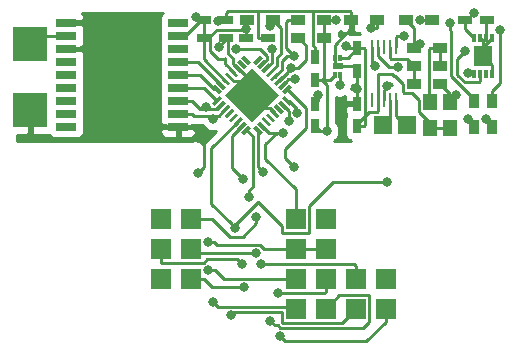
<source format=gbr>
G04 #@! TF.GenerationSoftware,KiCad,Pcbnew,(5.1.5)-3*
G04 #@! TF.CreationDate,2020-03-16T19:29:18-04:00*
G04 #@! TF.ProjectId,PicoTrackerWSPR2Rev1,5069636f-5472-4616-936b-657257535052,rev?*
G04 #@! TF.SameCoordinates,Original*
G04 #@! TF.FileFunction,Copper,L1,Top*
G04 #@! TF.FilePolarity,Positive*
%FSLAX46Y46*%
G04 Gerber Fmt 4.6, Leading zero omitted, Abs format (unit mm)*
G04 Created by KiCad (PCBNEW (5.1.5)-3) date 2020-03-16 19:29:18*
%MOMM*%
%LPD*%
G04 APERTURE LIST*
%ADD10R,0.750000X1.200000*%
%ADD11R,1.200000X0.900000*%
%ADD12R,0.860000X0.500000*%
%ADD13R,0.300000X0.550000*%
%ADD14R,1.193800X1.397000*%
%ADD15R,1.500000X1.500000*%
%ADD16R,3.000000X3.000000*%
%ADD17R,0.248920X1.300000*%
%ADD18R,1.800000X0.700000*%
%ADD19R,1.800000X0.800000*%
%ADD20R,1.200000X0.750000*%
%ADD21R,1.700000X1.700000*%
%ADD22R,0.300000X0.800000*%
%ADD23R,1.550000X1.750000*%
%ADD24R,0.900000X1.200000*%
%ADD25C,0.100000*%
%ADD26C,0.800000*%
%ADD27C,0.250000*%
%ADD28C,0.254000*%
G04 APERTURE END LIST*
D10*
X96520000Y-72898000D03*
X96520000Y-70998000D03*
X100076000Y-70236000D03*
X100076000Y-72136000D03*
X100076000Y-76830000D03*
X100076000Y-74930000D03*
D11*
X104902000Y-73215500D03*
X107102000Y-73215500D03*
D12*
X98425000Y-71755000D03*
D13*
X98675000Y-72480000D03*
X98175000Y-72480000D03*
X98175000Y-71030000D03*
X98675000Y-71030000D03*
D11*
X104902000Y-71691500D03*
X107102000Y-71691500D03*
D14*
X106248200Y-76962000D03*
X106248200Y-74752200D03*
X107950000Y-74752200D03*
X107950000Y-76962000D03*
D15*
X102298500Y-76708000D03*
D11*
X104902000Y-70167500D03*
X107102000Y-70167500D03*
D16*
X72390000Y-69850000D03*
X72390000Y-75438000D03*
D17*
X103360220Y-74640000D03*
X102859840Y-74640000D03*
X102362000Y-74640000D03*
X101864160Y-74640000D03*
X101363780Y-74640000D03*
X101363780Y-70140000D03*
X101864160Y-70140000D03*
X102362000Y-70140000D03*
X102859840Y-70140000D03*
X103360220Y-70140000D03*
D15*
X104330500Y-76708000D03*
D18*
X75437800Y-76866200D03*
D19*
X75437800Y-75766200D03*
X75437800Y-74666200D03*
X75437800Y-73566200D03*
X75437800Y-72466200D03*
X75437800Y-71366200D03*
X75437800Y-70266200D03*
X75437800Y-69166200D03*
D18*
X75437800Y-68066200D03*
X84937800Y-68066200D03*
D19*
X84937800Y-69166200D03*
X84937800Y-70266200D03*
X84937800Y-71366200D03*
X84937800Y-72466200D03*
X84937800Y-73566200D03*
X84937800Y-74666200D03*
X84937800Y-75766200D03*
D18*
X84937800Y-76866200D03*
D20*
X89022000Y-67818000D03*
X87122000Y-67818000D03*
D21*
X85979000Y-84645500D03*
X83439000Y-84645500D03*
X97409000Y-84645500D03*
X94869000Y-84645500D03*
D20*
X89022000Y-69342000D03*
X87122000Y-69342000D03*
X92578000Y-69342000D03*
X90678000Y-69342000D03*
D10*
X96520000Y-74930000D03*
X96520000Y-76830000D03*
D20*
X111120000Y-67818000D03*
X109220000Y-67818000D03*
D21*
X94869000Y-87185500D03*
X99949000Y-89725500D03*
X99949000Y-92265500D03*
X97409000Y-89725500D03*
X97409000Y-92265500D03*
X85979000Y-89725500D03*
X85979000Y-87185500D03*
X83439000Y-89725500D03*
X83439000Y-87185500D03*
X94869000Y-92265500D03*
X94869000Y-89725500D03*
X102489000Y-89725500D03*
X102489000Y-92265500D03*
X97409000Y-87185500D03*
D11*
X99590500Y-67818000D03*
X101790500Y-67818000D03*
X106426000Y-67818000D03*
X104226000Y-67818000D03*
D22*
X109994000Y-72366000D03*
X110494000Y-72366000D03*
X110994000Y-72366000D03*
X111494000Y-72366000D03*
X111494000Y-69366000D03*
X110994000Y-69366000D03*
X110494000Y-69366000D03*
X109994000Y-69366000D03*
D23*
X110744000Y-70866000D03*
D24*
X109982000Y-74676000D03*
X109982000Y-76876000D03*
X111506000Y-76876000D03*
X111506000Y-74676000D03*
D11*
X92964000Y-67818000D03*
X90764000Y-67818000D03*
X97282000Y-69342000D03*
X95082000Y-69342000D03*
X95082000Y-67818000D03*
X97282000Y-67818000D03*
G04 #@! TA.AperFunction,SMDPad,CuDef*
D25*
G36*
X88887903Y-74168000D02*
G01*
X91186000Y-71869903D01*
X93484097Y-74168000D01*
X91186000Y-76466097D01*
X88887903Y-74168000D01*
G37*
G04 #@! TD.AperFunction*
G04 #@! TA.AperFunction,SMDPad,CuDef*
G36*
X91274389Y-71392606D02*
G01*
X91875429Y-70791566D01*
X92087561Y-71003698D01*
X91486521Y-71604738D01*
X91274389Y-71392606D01*
G37*
G04 #@! TD.AperFunction*
G04 #@! TA.AperFunction,SMDPad,CuDef*
G36*
X91627942Y-71746159D02*
G01*
X92228982Y-71145119D01*
X92441114Y-71357251D01*
X91840074Y-71958291D01*
X91627942Y-71746159D01*
G37*
G04 #@! TD.AperFunction*
G04 #@! TA.AperFunction,SMDPad,CuDef*
G36*
X91981496Y-72099712D02*
G01*
X92582536Y-71498672D01*
X92794668Y-71710804D01*
X92193628Y-72311844D01*
X91981496Y-72099712D01*
G37*
G04 #@! TD.AperFunction*
G04 #@! TA.AperFunction,SMDPad,CuDef*
G36*
X92335049Y-72453266D02*
G01*
X92936089Y-71852226D01*
X93148221Y-72064358D01*
X92547181Y-72665398D01*
X92335049Y-72453266D01*
G37*
G04 #@! TD.AperFunction*
G04 #@! TA.AperFunction,SMDPad,CuDef*
G36*
X92688602Y-72806819D02*
G01*
X93289642Y-72205779D01*
X93501774Y-72417911D01*
X92900734Y-73018951D01*
X92688602Y-72806819D01*
G37*
G04 #@! TD.AperFunction*
G04 #@! TA.AperFunction,SMDPad,CuDef*
G36*
X93042156Y-73160372D02*
G01*
X93643196Y-72559332D01*
X93855328Y-72771464D01*
X93254288Y-73372504D01*
X93042156Y-73160372D01*
G37*
G04 #@! TD.AperFunction*
G04 #@! TA.AperFunction,SMDPad,CuDef*
G36*
X93395709Y-73513926D02*
G01*
X93996749Y-72912886D01*
X94208881Y-73125018D01*
X93607841Y-73726058D01*
X93395709Y-73513926D01*
G37*
G04 #@! TD.AperFunction*
G04 #@! TA.AperFunction,SMDPad,CuDef*
G36*
X93749262Y-73867479D02*
G01*
X94350302Y-73266439D01*
X94562434Y-73478571D01*
X93961394Y-74079611D01*
X93749262Y-73867479D01*
G37*
G04 #@! TD.AperFunction*
G04 #@! TA.AperFunction,SMDPad,CuDef*
G36*
X94350302Y-75069561D02*
G01*
X93749262Y-74468521D01*
X93961394Y-74256389D01*
X94562434Y-74857429D01*
X94350302Y-75069561D01*
G37*
G04 #@! TD.AperFunction*
G04 #@! TA.AperFunction,SMDPad,CuDef*
G36*
X93996749Y-75423114D02*
G01*
X93395709Y-74822074D01*
X93607841Y-74609942D01*
X94208881Y-75210982D01*
X93996749Y-75423114D01*
G37*
G04 #@! TD.AperFunction*
G04 #@! TA.AperFunction,SMDPad,CuDef*
G36*
X93643196Y-75776668D02*
G01*
X93042156Y-75175628D01*
X93254288Y-74963496D01*
X93855328Y-75564536D01*
X93643196Y-75776668D01*
G37*
G04 #@! TD.AperFunction*
G04 #@! TA.AperFunction,SMDPad,CuDef*
G36*
X93289642Y-76130221D02*
G01*
X92688602Y-75529181D01*
X92900734Y-75317049D01*
X93501774Y-75918089D01*
X93289642Y-76130221D01*
G37*
G04 #@! TD.AperFunction*
G04 #@! TA.AperFunction,SMDPad,CuDef*
G36*
X92936089Y-76483774D02*
G01*
X92335049Y-75882734D01*
X92547181Y-75670602D01*
X93148221Y-76271642D01*
X92936089Y-76483774D01*
G37*
G04 #@! TD.AperFunction*
G04 #@! TA.AperFunction,SMDPad,CuDef*
G36*
X92582536Y-76837328D02*
G01*
X91981496Y-76236288D01*
X92193628Y-76024156D01*
X92794668Y-76625196D01*
X92582536Y-76837328D01*
G37*
G04 #@! TD.AperFunction*
G04 #@! TA.AperFunction,SMDPad,CuDef*
G36*
X92228982Y-77190881D02*
G01*
X91627942Y-76589841D01*
X91840074Y-76377709D01*
X92441114Y-76978749D01*
X92228982Y-77190881D01*
G37*
G04 #@! TD.AperFunction*
G04 #@! TA.AperFunction,SMDPad,CuDef*
G36*
X91875429Y-77544434D02*
G01*
X91274389Y-76943394D01*
X91486521Y-76731262D01*
X92087561Y-77332302D01*
X91875429Y-77544434D01*
G37*
G04 #@! TD.AperFunction*
G04 #@! TA.AperFunction,SMDPad,CuDef*
G36*
X90284439Y-77332302D02*
G01*
X90885479Y-76731262D01*
X91097611Y-76943394D01*
X90496571Y-77544434D01*
X90284439Y-77332302D01*
G37*
G04 #@! TD.AperFunction*
G04 #@! TA.AperFunction,SMDPad,CuDef*
G36*
X89930886Y-76978749D02*
G01*
X90531926Y-76377709D01*
X90744058Y-76589841D01*
X90143018Y-77190881D01*
X89930886Y-76978749D01*
G37*
G04 #@! TD.AperFunction*
G04 #@! TA.AperFunction,SMDPad,CuDef*
G36*
X89577332Y-76625196D02*
G01*
X90178372Y-76024156D01*
X90390504Y-76236288D01*
X89789464Y-76837328D01*
X89577332Y-76625196D01*
G37*
G04 #@! TD.AperFunction*
G04 #@! TA.AperFunction,SMDPad,CuDef*
G36*
X89223779Y-76271642D02*
G01*
X89824819Y-75670602D01*
X90036951Y-75882734D01*
X89435911Y-76483774D01*
X89223779Y-76271642D01*
G37*
G04 #@! TD.AperFunction*
G04 #@! TA.AperFunction,SMDPad,CuDef*
G36*
X88870226Y-75918089D02*
G01*
X89471266Y-75317049D01*
X89683398Y-75529181D01*
X89082358Y-76130221D01*
X88870226Y-75918089D01*
G37*
G04 #@! TD.AperFunction*
G04 #@! TA.AperFunction,SMDPad,CuDef*
G36*
X88516672Y-75564536D02*
G01*
X89117712Y-74963496D01*
X89329844Y-75175628D01*
X88728804Y-75776668D01*
X88516672Y-75564536D01*
G37*
G04 #@! TD.AperFunction*
G04 #@! TA.AperFunction,SMDPad,CuDef*
G36*
X88163119Y-75210982D02*
G01*
X88764159Y-74609942D01*
X88976291Y-74822074D01*
X88375251Y-75423114D01*
X88163119Y-75210982D01*
G37*
G04 #@! TD.AperFunction*
G04 #@! TA.AperFunction,SMDPad,CuDef*
G36*
X87809566Y-74857429D02*
G01*
X88410606Y-74256389D01*
X88622738Y-74468521D01*
X88021698Y-75069561D01*
X87809566Y-74857429D01*
G37*
G04 #@! TD.AperFunction*
G04 #@! TA.AperFunction,SMDPad,CuDef*
G36*
X88410606Y-74079611D02*
G01*
X87809566Y-73478571D01*
X88021698Y-73266439D01*
X88622738Y-73867479D01*
X88410606Y-74079611D01*
G37*
G04 #@! TD.AperFunction*
G04 #@! TA.AperFunction,SMDPad,CuDef*
G36*
X88764159Y-73726058D02*
G01*
X88163119Y-73125018D01*
X88375251Y-72912886D01*
X88976291Y-73513926D01*
X88764159Y-73726058D01*
G37*
G04 #@! TD.AperFunction*
G04 #@! TA.AperFunction,SMDPad,CuDef*
G36*
X89117712Y-73372504D02*
G01*
X88516672Y-72771464D01*
X88728804Y-72559332D01*
X89329844Y-73160372D01*
X89117712Y-73372504D01*
G37*
G04 #@! TD.AperFunction*
G04 #@! TA.AperFunction,SMDPad,CuDef*
G36*
X89471266Y-73018951D02*
G01*
X88870226Y-72417911D01*
X89082358Y-72205779D01*
X89683398Y-72806819D01*
X89471266Y-73018951D01*
G37*
G04 #@! TD.AperFunction*
G04 #@! TA.AperFunction,SMDPad,CuDef*
G36*
X89824819Y-72665398D02*
G01*
X89223779Y-72064358D01*
X89435911Y-71852226D01*
X90036951Y-72453266D01*
X89824819Y-72665398D01*
G37*
G04 #@! TD.AperFunction*
G04 #@! TA.AperFunction,SMDPad,CuDef*
G36*
X90178372Y-72311844D02*
G01*
X89577332Y-71710804D01*
X89789464Y-71498672D01*
X90390504Y-72099712D01*
X90178372Y-72311844D01*
G37*
G04 #@! TD.AperFunction*
G04 #@! TA.AperFunction,SMDPad,CuDef*
G36*
X90531926Y-71958291D02*
G01*
X89930886Y-71357251D01*
X90143018Y-71145119D01*
X90744058Y-71746159D01*
X90531926Y-71958291D01*
G37*
G04 #@! TD.AperFunction*
G04 #@! TA.AperFunction,SMDPad,CuDef*
G36*
X90885479Y-71604738D02*
G01*
X90284439Y-71003698D01*
X90496571Y-70791566D01*
X91097611Y-71392606D01*
X90885479Y-71604738D01*
G37*
G04 #@! TD.AperFunction*
D26*
X110744000Y-70866000D03*
X108458000Y-74168000D03*
X89662000Y-74168000D03*
X80264000Y-74676000D03*
X100050991Y-73660000D03*
X102597087Y-73406153D03*
X86614000Y-80771994D03*
X87429002Y-86614000D03*
X105410000Y-69850000D03*
X96774000Y-74168000D03*
X88392000Y-70104000D03*
X88322002Y-67916977D03*
X97536000Y-77216000D03*
X93827032Y-77355329D03*
X98298000Y-67818004D03*
X90678000Y-68580000D03*
X109972276Y-67198010D03*
X86413842Y-67548299D03*
X104064312Y-69166575D03*
X99146624Y-69987195D03*
X91943800Y-88506554D03*
X92885817Y-70317012D03*
X89429204Y-92819009D03*
X89842384Y-70275072D03*
X109486814Y-72353177D03*
X94507642Y-71895108D03*
X93377021Y-90932000D03*
X101555629Y-71704607D03*
X94742014Y-70866000D03*
X92713766Y-93269020D03*
X103559009Y-71840011D03*
X109236041Y-70461306D03*
X90502067Y-90450510D03*
X90932000Y-82803988D03*
X92119232Y-80725303D03*
X91537032Y-87593010D03*
X92719493Y-68366994D03*
X91538910Y-84474595D03*
X90424000Y-81248328D03*
X90330844Y-88485145D03*
X87884000Y-91694000D03*
X87904999Y-76200000D03*
X87330307Y-75218417D03*
X87468304Y-88978377D03*
X101253994Y-68543010D03*
X107950000Y-68098061D03*
X112180808Y-68697972D03*
X105426080Y-67818000D03*
X102616000Y-81534000D03*
X89780156Y-85438979D03*
X93566235Y-94615495D03*
X94705010Y-80264008D03*
X109474000Y-76236990D03*
X95022024Y-75727343D03*
X111026665Y-76196151D03*
X94278545Y-76396121D03*
X94787543Y-72855150D03*
X98600979Y-73366086D03*
D27*
X91186000Y-74168000D02*
X89662000Y-74168000D01*
X89683399Y-73018952D02*
X89276812Y-72612365D01*
X90036952Y-73018952D02*
X89683399Y-73018952D01*
X91186000Y-74168000D02*
X90036952Y-73018952D01*
X91186000Y-73107340D02*
X89983918Y-71905258D01*
X91186000Y-74168000D02*
X91186000Y-73107340D01*
X89117383Y-69437383D02*
X89022000Y-69342000D01*
X89605876Y-71527216D02*
X89605876Y-71111566D01*
X89605876Y-71111566D02*
X89117383Y-70623073D01*
X89983918Y-71905258D02*
X89605876Y-71527216D01*
X89117383Y-70623073D02*
X89117383Y-69437383D01*
X98175000Y-71505000D02*
X98425000Y-71755000D01*
X98175000Y-71030000D02*
X98175000Y-71505000D01*
X98199999Y-69908501D02*
X98199999Y-71529999D01*
X98199999Y-71529999D02*
X98425000Y-71755000D01*
X99590500Y-68518000D02*
X98199999Y-69908501D01*
X99590500Y-67818000D02*
X99590500Y-68518000D01*
X100076000Y-73685009D02*
X100050991Y-73660000D01*
X100076000Y-72136000D02*
X100076000Y-73634991D01*
X100076000Y-73634991D02*
X100050991Y-73660000D01*
X100076000Y-74930000D02*
X100076000Y-73685009D01*
X99695000Y-71755000D02*
X98425000Y-71755000D01*
X100076000Y-72136000D02*
X99695000Y-71755000D01*
X102362000Y-73740000D02*
X102616000Y-73486000D01*
X102362000Y-74640000D02*
X102362000Y-73740000D01*
X102616000Y-73425066D02*
X102597087Y-73406153D01*
X102616000Y-73486000D02*
X102616000Y-73425066D01*
X107950000Y-74676000D02*
X108458000Y-74168000D01*
X107950000Y-74752200D02*
X107950000Y-74676000D01*
X107950000Y-74063500D02*
X107102000Y-73215500D01*
X107950000Y-74752200D02*
X107950000Y-74063500D01*
X111494000Y-71616000D02*
X111494000Y-72366000D01*
X110744000Y-70866000D02*
X111494000Y-71616000D01*
X110744000Y-69616000D02*
X110494000Y-69366000D01*
X110744000Y-69616000D02*
X110994000Y-69366000D01*
X110744000Y-70866000D02*
X110744000Y-69616000D01*
X110744000Y-70116000D02*
X111494000Y-69366000D01*
X110744000Y-70866000D02*
X110744000Y-70116000D01*
X104902000Y-68494000D02*
X104226000Y-67818000D01*
X104902000Y-70167500D02*
X104902000Y-68494000D01*
X96520000Y-70148000D02*
X96520000Y-70998000D01*
X96356999Y-69984999D02*
X96520000Y-70148000D01*
X96356999Y-67107999D02*
X96356999Y-69984999D01*
X96421999Y-67042999D02*
X96356999Y-67107999D01*
X99515499Y-67042999D02*
X96421999Y-67042999D01*
X91624001Y-67042999D02*
X89172001Y-67042999D01*
X91689001Y-67107999D02*
X91624001Y-67042999D01*
X91689001Y-69303001D02*
X91689001Y-67107999D01*
X91728000Y-69342000D02*
X91689001Y-69303001D01*
X92578000Y-69342000D02*
X91728000Y-69342000D01*
X92202524Y-87185500D02*
X94869000Y-87185500D01*
X87429002Y-86614000D02*
X87994687Y-86614000D01*
X91885033Y-86868009D02*
X92202524Y-87185500D01*
X87994687Y-86614000D02*
X88248696Y-86868009D01*
X88248696Y-86868009D02*
X91885033Y-86868009D01*
X95969000Y-87185500D02*
X97409000Y-87185500D01*
X94869000Y-87185500D02*
X95969000Y-87185500D01*
X86614000Y-80771994D02*
X87122000Y-80263994D01*
X86087800Y-76866200D02*
X84937800Y-76866200D01*
X87122000Y-77900400D02*
X86087800Y-76866200D01*
X87122000Y-80263994D02*
X87122000Y-77900400D01*
X110994000Y-67944000D02*
X111120000Y-67818000D01*
X110994000Y-69366000D02*
X110994000Y-67944000D01*
X104902000Y-70167500D02*
X105092500Y-70167500D01*
X105092500Y-70167500D02*
X105410000Y-69850000D01*
X96774000Y-74676000D02*
X96520000Y-74930000D01*
X96774000Y-74168000D02*
X96774000Y-74676000D01*
X92335048Y-75317048D02*
X91186000Y-74168000D01*
X92688601Y-75317048D02*
X92335048Y-75317048D01*
X93095188Y-75723635D02*
X92688601Y-75317048D01*
X89022000Y-69342000D02*
X89022000Y-69474000D01*
X89022000Y-69474000D02*
X88392000Y-70104000D01*
X88923023Y-67916977D02*
X89022000Y-67818000D01*
X88322002Y-67916977D02*
X88923023Y-67916977D01*
X89022000Y-67193000D02*
X89022000Y-67818000D01*
X89172001Y-67042999D02*
X89022000Y-67193000D01*
X99515499Y-67042999D02*
X89172001Y-67042999D01*
X99590500Y-67118000D02*
X99515499Y-67042999D01*
X99590500Y-67818000D02*
X99590500Y-67118000D01*
X86897000Y-67818000D02*
X87122000Y-67818000D01*
X85548800Y-69166200D02*
X86897000Y-67818000D01*
X84937800Y-69166200D02*
X85548800Y-69166200D01*
X87122000Y-67818000D02*
X87347000Y-67818000D01*
X87122000Y-71164660D02*
X87122000Y-69342000D01*
X88923258Y-72965918D02*
X87122000Y-71164660D01*
X97757000Y-72898000D02*
X98175000Y-72480000D01*
X96520000Y-72898000D02*
X97757000Y-72898000D01*
X96906000Y-77216000D02*
X96520000Y-76830000D01*
X97536000Y-77216000D02*
X96906000Y-77216000D01*
X88900000Y-71528447D02*
X89630365Y-72258812D01*
X90678000Y-69342000D02*
X90609500Y-69342000D01*
X88900000Y-71051500D02*
X88900000Y-71120000D01*
X88900000Y-71120000D02*
X88900000Y-71528447D01*
X92605562Y-77355329D02*
X93261347Y-77355329D01*
X92034528Y-76784295D02*
X92605562Y-77355329D01*
X93261347Y-77355329D02*
X93827032Y-77355329D01*
X97282000Y-67818000D02*
X97282000Y-69342000D01*
X97145000Y-72898000D02*
X96520000Y-72898000D01*
X97282000Y-72761000D02*
X97145000Y-72898000D01*
X97282000Y-69342000D02*
X97282000Y-72761000D01*
X97536000Y-73289000D02*
X97536000Y-77216000D01*
X97145000Y-72898000D02*
X97536000Y-73289000D01*
X87122000Y-69342000D02*
X87122000Y-67818000D01*
X90678000Y-67904000D02*
X90764000Y-67818000D01*
X90678000Y-69342000D02*
X90678000Y-67904000D01*
X97282000Y-67818000D02*
X98297996Y-67818000D01*
X98297996Y-67818000D02*
X98298000Y-67818004D01*
X90764000Y-68518000D02*
X90702000Y-68580000D01*
X90702000Y-68580000D02*
X90678000Y-68580000D01*
X90764000Y-67818000D02*
X90764000Y-68518000D01*
X94869000Y-82169000D02*
X94869000Y-84645500D01*
X92266017Y-79566017D02*
X94869000Y-82169000D01*
X93261347Y-77355329D02*
X92266017Y-78350660D01*
X92266017Y-78350660D02*
X92266017Y-79566017D01*
X109220000Y-68592000D02*
X109994000Y-69366000D01*
X109220000Y-67818000D02*
X109220000Y-68592000D01*
X109572277Y-67598009D02*
X109972276Y-67198010D01*
X109352286Y-67818000D02*
X109572277Y-67598009D01*
X109220000Y-67818000D02*
X109352286Y-67818000D01*
X87122000Y-67818000D02*
X86991702Y-67948298D01*
X86991702Y-67948298D02*
X86813841Y-67948298D01*
X86813841Y-67948298D02*
X86413842Y-67548299D01*
X90678000Y-68717000D02*
X90602999Y-68641999D01*
X88202999Y-68641999D02*
X87666998Y-69178000D01*
X90678000Y-69342000D02*
X90678000Y-68717000D01*
X88334996Y-71120000D02*
X88900000Y-71120000D01*
X87666998Y-70452002D02*
X88334996Y-71120000D01*
X90602999Y-68641999D02*
X88202999Y-68641999D01*
X87666998Y-69178000D02*
X87666998Y-70452002D01*
X99282000Y-71030000D02*
X100076000Y-70236000D01*
X98675000Y-71030000D02*
X99282000Y-71030000D01*
X101864160Y-75540000D02*
X101864160Y-74640000D01*
X101771161Y-75632999D02*
X101864160Y-75540000D01*
X101048001Y-75632999D02*
X101771161Y-75632999D01*
X100076000Y-76605000D02*
X101048001Y-75632999D01*
X100076000Y-76830000D02*
X100076000Y-76605000D01*
X106248200Y-76962000D02*
X107950000Y-76962000D01*
X103360220Y-69240000D02*
X103433645Y-69166575D01*
X103433645Y-69166575D02*
X104064312Y-69166575D01*
X103360220Y-70140000D02*
X103360220Y-69240000D01*
X100076000Y-70236000D02*
X99395429Y-70236000D01*
X99395429Y-70236000D02*
X99146624Y-69987195D01*
X99075000Y-71030000D02*
X98675000Y-71030000D01*
X100701000Y-76830000D02*
X100776001Y-76754999D01*
X100776001Y-76754999D02*
X100776001Y-70311001D01*
X100701000Y-70236000D02*
X100076000Y-70236000D01*
X100076000Y-76830000D02*
X100701000Y-76830000D01*
X100776001Y-70311001D02*
X100701000Y-70236000D01*
X106248200Y-76540698D02*
X106248200Y-76962000D01*
X105326299Y-75618797D02*
X106248200Y-76540698D01*
X103976999Y-73925501D02*
X104041999Y-73990501D01*
X103211007Y-72565013D02*
X103299013Y-72565013D01*
X103299013Y-72565013D02*
X103976999Y-73242999D01*
X101864160Y-72390000D02*
X103035994Y-72390000D01*
X101864160Y-74640000D02*
X101864160Y-72390000D01*
X103035994Y-72390000D02*
X103211007Y-72565013D01*
X105326299Y-74592299D02*
X105326299Y-75618797D01*
X103976999Y-73242999D02*
X103976999Y-73925501D01*
X104041999Y-73990501D02*
X104724501Y-73990501D01*
X104724501Y-73990501D02*
X105326299Y-74592299D01*
X99830054Y-88506554D02*
X92509485Y-88506554D01*
X99949000Y-88625500D02*
X99830054Y-88506554D01*
X92509485Y-88506554D02*
X91943800Y-88506554D01*
X99949000Y-89725500D02*
X99949000Y-88625500D01*
X92388082Y-71905258D02*
X92862582Y-71430758D01*
X92862582Y-71430758D02*
X92862582Y-70340247D01*
X92862582Y-70340247D02*
X92885817Y-70317012D01*
X93693999Y-92544010D02*
X89704203Y-92544010D01*
X98773999Y-93440501D02*
X93758999Y-93440501D01*
X99949000Y-92265500D02*
X98773999Y-93440501D01*
X93693999Y-93375501D02*
X93693999Y-92544010D01*
X89704203Y-92544010D02*
X89429204Y-92819009D01*
X93758999Y-93440501D02*
X93693999Y-93375501D01*
X90408069Y-70275072D02*
X89842384Y-70275072D01*
X92412571Y-70869072D02*
X91818571Y-70275072D01*
X92412571Y-71173662D02*
X92412571Y-70869072D01*
X91818571Y-70275072D02*
X90408069Y-70275072D01*
X92034528Y-71551705D02*
X92412571Y-71173662D01*
X109499637Y-72366000D02*
X109486814Y-72353177D01*
X109994000Y-72366000D02*
X109499637Y-72366000D01*
X93448742Y-72954008D02*
X94107643Y-72295107D01*
X93448742Y-72965918D02*
X93448742Y-72954008D01*
X94107643Y-72295107D02*
X94507642Y-71895108D01*
X95721002Y-69981002D02*
X95721002Y-71247433D01*
X95082000Y-69342000D02*
X95721002Y-69981002D01*
X95073327Y-71895108D02*
X94507642Y-71895108D01*
X95721002Y-71247433D02*
X95073327Y-71895108D01*
X97302500Y-90932000D02*
X93942706Y-90932000D01*
X97409000Y-90825500D02*
X97302500Y-90932000D01*
X97409000Y-89725500D02*
X97409000Y-90825500D01*
X93942706Y-90932000D02*
X93377021Y-90932000D01*
X101363780Y-71512758D02*
X101555629Y-71704607D01*
X101363780Y-70140000D02*
X101363780Y-71512758D01*
X95082000Y-67818000D02*
X94232000Y-67818000D01*
X94088001Y-67961999D02*
X94088001Y-70211987D01*
X94342015Y-70466001D02*
X94742014Y-70866000D01*
X94232000Y-67818000D02*
X94088001Y-67961999D01*
X94088001Y-70211987D02*
X94342015Y-70466001D01*
X93762604Y-71279723D02*
X94176329Y-70866000D01*
X93095188Y-72612365D02*
X93762604Y-71944949D01*
X93762604Y-71944949D02*
X93762604Y-71279723D01*
X94176329Y-70866000D02*
X94742014Y-70866000D01*
X93351106Y-93669019D02*
X93113765Y-93669019D01*
X101124001Y-93375501D02*
X100608990Y-93890512D01*
X101124001Y-91155499D02*
X101124001Y-93375501D01*
X93572599Y-93890512D02*
X93351106Y-93669019D01*
X100608990Y-93890512D02*
X93572599Y-93890512D01*
X97409000Y-92265500D02*
X98584001Y-91090499D01*
X93113765Y-93669019D02*
X92713766Y-93269020D01*
X101059001Y-91090499D02*
X101124001Y-91155499D01*
X98584001Y-91090499D02*
X101059001Y-91090499D01*
X101864160Y-70140000D02*
X101864160Y-70893811D01*
X102810360Y-71840011D02*
X102993324Y-71840011D01*
X101864160Y-70893811D02*
X102810360Y-71840011D01*
X102993324Y-71840011D02*
X103559009Y-71840011D01*
X110494000Y-72366000D02*
X110494000Y-73016000D01*
X110418999Y-73091001D02*
X109199318Y-73091001D01*
X108836042Y-70861305D02*
X109236041Y-70461306D01*
X110494000Y-73016000D02*
X110418999Y-73091001D01*
X108566001Y-72457684D02*
X108566001Y-71131346D01*
X109199318Y-73091001D02*
X108566001Y-72457684D01*
X108566001Y-71131346D02*
X108836042Y-70861305D01*
X87804010Y-90450510D02*
X89936382Y-90450510D01*
X85979000Y-89725500D02*
X87079000Y-89725500D01*
X87079000Y-89725500D02*
X87804010Y-90450510D01*
X89936382Y-90450510D02*
X90502067Y-90450510D01*
X91228841Y-81941462D02*
X90932000Y-82238303D01*
X91228841Y-77675664D02*
X91228841Y-81941462D01*
X90932000Y-82238303D02*
X90932000Y-82803988D01*
X90691025Y-77137848D02*
X91228841Y-77675664D01*
X91680975Y-80287046D02*
X92119232Y-80725303D01*
X91680975Y-77137848D02*
X91680975Y-80287046D01*
X85979000Y-87185500D02*
X86386510Y-87593010D01*
X90971347Y-87593010D02*
X91537032Y-87593010D01*
X86386510Y-87593010D02*
X90971347Y-87593010D01*
X92719493Y-67937163D02*
X92719493Y-68366994D01*
X92838656Y-67818000D02*
X92719493Y-67937163D01*
X92964000Y-67818000D02*
X92838656Y-67818000D01*
X87821911Y-84645500D02*
X89340400Y-86163989D01*
X85979000Y-84645500D02*
X87821911Y-84645500D01*
X90415201Y-86163989D02*
X91538910Y-85040280D01*
X91538910Y-85040280D02*
X91538910Y-84474595D01*
X89340400Y-86163989D02*
X90415201Y-86163989D01*
X93610826Y-68464826D02*
X92964000Y-67818000D01*
X93610826Y-70665008D02*
X93610826Y-68464826D01*
X93312593Y-70963241D02*
X93610826Y-70665008D01*
X92741635Y-72258812D02*
X93312593Y-71687854D01*
X93312593Y-71687854D02*
X93312593Y-70963241D01*
X89516001Y-77605766D02*
X89516001Y-80340329D01*
X89516001Y-80340329D02*
X90024001Y-80848329D01*
X90337472Y-76784295D02*
X89516001Y-77605766D01*
X90024001Y-80848329D02*
X90424000Y-81248328D01*
X83439000Y-87185500D02*
X83439000Y-88285500D01*
X83514001Y-88360501D02*
X87089001Y-88360501D01*
X87364356Y-88085146D02*
X89930845Y-88085146D01*
X83439000Y-88285500D02*
X83514001Y-88360501D01*
X89930845Y-88085146D02*
X90330844Y-88485145D01*
X87089001Y-88360501D02*
X87364356Y-88085146D01*
X84937800Y-75766200D02*
X86087800Y-75766200D01*
X86087800Y-75766200D02*
X86265019Y-75943419D01*
X88349921Y-75943419D02*
X88923258Y-75370082D01*
X86265019Y-75943419D02*
X87627419Y-75943419D01*
X87630000Y-75946000D02*
X88349921Y-75943419D01*
X87627419Y-75943419D02*
X87630000Y-75946000D01*
X94697499Y-92093999D02*
X94869000Y-92265500D01*
X87884000Y-91694000D02*
X88283999Y-92093999D01*
X88283999Y-92093999D02*
X94697499Y-92093999D01*
X87884000Y-76200000D02*
X87904999Y-76200000D01*
X87627419Y-75943419D02*
X87884000Y-76200000D01*
X86816171Y-75394571D02*
X86087800Y-74666200D01*
X86087800Y-74666200D02*
X84937800Y-74666200D01*
X88569705Y-75016528D02*
X88191662Y-75394571D01*
X87419429Y-75394571D02*
X87419429Y-75307539D01*
X87419429Y-75394571D02*
X86816171Y-75394571D01*
X87419429Y-75307539D02*
X87330307Y-75218417D01*
X88191662Y-75394571D02*
X87419429Y-75394571D01*
X93769000Y-89725500D02*
X94869000Y-89725500D01*
X88781112Y-89725500D02*
X93769000Y-89725500D01*
X88033989Y-88978377D02*
X88781112Y-89725500D01*
X87468304Y-88978377D02*
X88033989Y-88978377D01*
X73073800Y-69166200D02*
X75437800Y-69166200D01*
X72390000Y-69850000D02*
X73073800Y-69166200D01*
X101790500Y-67818000D02*
X101790500Y-68518000D01*
X101765490Y-68543010D02*
X101253994Y-68543010D01*
X101790500Y-68518000D02*
X101765490Y-68543010D01*
X108027001Y-68740747D02*
X107950000Y-68663746D01*
X109982000Y-74526000D02*
X108027001Y-72571001D01*
X107950000Y-68663746D02*
X107950000Y-68098061D01*
X108027001Y-72571001D02*
X108027001Y-68740747D01*
X109982000Y-74676000D02*
X109982000Y-74526000D01*
X111506000Y-74676000D02*
X111506000Y-73826000D01*
X112180808Y-73151192D02*
X112180808Y-68697972D01*
X111506000Y-73826000D02*
X112180808Y-73151192D01*
X106426000Y-67818000D02*
X105426080Y-67818000D01*
X104902000Y-71691500D02*
X104902000Y-73215500D01*
X104325501Y-71115001D02*
X102934841Y-71115001D01*
X104902000Y-71691500D02*
X104325501Y-71115001D01*
X102934841Y-71115001D02*
X102859840Y-71040000D01*
X102859840Y-71040000D02*
X102859840Y-70140000D01*
X106252000Y-70167500D02*
X107102000Y-70167500D01*
X106176999Y-70242501D02*
X106252000Y-70167500D01*
X106176999Y-74680999D02*
X106176999Y-70242501D01*
X106248200Y-74752200D02*
X106176999Y-74680999D01*
X107102000Y-70167500D02*
X107102000Y-71691500D01*
X89380157Y-85038980D02*
X89780156Y-85438979D01*
X89983918Y-76430742D02*
X87720528Y-78694132D01*
X87720528Y-83379351D02*
X89380157Y-85038980D01*
X87720528Y-78694132D02*
X87720528Y-83379351D01*
X98045500Y-81534000D02*
X96044001Y-83535499D01*
X102616000Y-81534000D02*
X98045500Y-81534000D01*
X96044001Y-83535499D02*
X96044001Y-85755501D01*
X96044001Y-85755501D02*
X95979001Y-85820501D01*
X91678641Y-83254011D02*
X89780156Y-85152496D01*
X89780156Y-85152496D02*
X89780156Y-85438979D01*
X93693999Y-85269369D02*
X91678641Y-83254011D01*
X93758999Y-85820501D02*
X93693999Y-85755501D01*
X93693999Y-85755501D02*
X93693999Y-85269369D01*
X95979001Y-85820501D02*
X93758999Y-85820501D01*
X102489000Y-93365500D02*
X100839006Y-95015494D01*
X102489000Y-92265500D02*
X102489000Y-93365500D01*
X93966234Y-95015494D02*
X93566235Y-94615495D01*
X100839006Y-95015494D02*
X93966234Y-95015494D01*
X93980000Y-79538998D02*
X94705010Y-80264008D01*
X95758000Y-76962000D02*
X93980000Y-78740000D01*
X94155848Y-73673025D02*
X95758000Y-75275177D01*
X93980000Y-78740000D02*
X93980000Y-79538998D01*
X95758000Y-75275177D02*
X95758000Y-76962000D01*
X86616433Y-71366200D02*
X84937800Y-71366200D01*
X88569705Y-73319472D02*
X86616433Y-71366200D01*
X109982000Y-76744990D02*
X109873999Y-76636989D01*
X109873999Y-76636989D02*
X109474000Y-76236990D01*
X109982000Y-76876000D02*
X109982000Y-76744990D01*
X94287247Y-74662975D02*
X95022024Y-75397752D01*
X95022024Y-75397752D02*
X95022024Y-75727343D01*
X94155848Y-74662975D02*
X94287247Y-74662975D01*
X111026665Y-76196151D02*
X111026665Y-76396665D01*
X111026665Y-76396665D02*
X111506000Y-76876000D01*
X94278545Y-75830436D02*
X94278545Y-76396121D01*
X94278545Y-75492778D02*
X94278545Y-75830436D01*
X93802295Y-75016528D02*
X94278545Y-75492778D01*
X93802295Y-73319472D02*
X94266617Y-72855150D01*
X94266617Y-72855150D02*
X94787543Y-72855150D01*
X98675000Y-72480000D02*
X98675000Y-73292065D01*
X98675000Y-73292065D02*
X98600979Y-73366086D01*
X87119377Y-73566200D02*
X84937800Y-73566200D01*
X88216152Y-74662975D02*
X87119377Y-73566200D01*
X86797195Y-72466200D02*
X86087800Y-72466200D01*
X86087800Y-72466200D02*
X84937800Y-72466200D01*
X88004020Y-73673025D02*
X86797195Y-72466200D01*
X88216152Y-73673025D02*
X88004020Y-73673025D01*
X102859840Y-76146660D02*
X102859840Y-74640000D01*
X102298500Y-76708000D02*
X102859840Y-76146660D01*
X104330500Y-76708000D02*
X104140000Y-76708000D01*
X104140000Y-76708000D02*
X103378000Y-75946000D01*
X103360220Y-75540000D02*
X103360220Y-74640000D01*
X103378000Y-75557780D02*
X103360220Y-75540000D01*
X103378000Y-75946000D02*
X103378000Y-75557780D01*
D28*
G36*
X83586615Y-67265015D02*
G01*
X83507263Y-67361706D01*
X83448298Y-67472020D01*
X83411988Y-67591718D01*
X83399728Y-67716200D01*
X83399728Y-68416200D01*
X83411988Y-68540682D01*
X83427312Y-68591200D01*
X83411988Y-68641718D01*
X83399728Y-68766200D01*
X83399728Y-69566200D01*
X83411988Y-69690682D01*
X83419729Y-69716200D01*
X83411988Y-69741718D01*
X83399728Y-69866200D01*
X83399728Y-70666200D01*
X83411988Y-70790682D01*
X83419729Y-70816200D01*
X83411988Y-70841718D01*
X83399728Y-70966200D01*
X83399728Y-71766200D01*
X83411988Y-71890682D01*
X83419729Y-71916200D01*
X83411988Y-71941718D01*
X83399728Y-72066200D01*
X83399728Y-72866200D01*
X83411988Y-72990682D01*
X83419729Y-73016200D01*
X83411988Y-73041718D01*
X83399728Y-73166200D01*
X83399728Y-73966200D01*
X83411988Y-74090682D01*
X83419729Y-74116200D01*
X83411988Y-74141718D01*
X83399728Y-74266200D01*
X83399728Y-75066200D01*
X83411988Y-75190682D01*
X83419729Y-75216200D01*
X83411988Y-75241718D01*
X83399728Y-75366200D01*
X83399728Y-76166200D01*
X83411988Y-76290682D01*
X83427312Y-76341200D01*
X83411988Y-76391718D01*
X83399728Y-76516200D01*
X83402800Y-76580450D01*
X83561550Y-76739200D01*
X83762747Y-76739200D01*
X83793620Y-76755702D01*
X83913318Y-76792012D01*
X84037800Y-76804272D01*
X85837800Y-76804272D01*
X85962282Y-76792012D01*
X86081980Y-76755702D01*
X86112853Y-76739200D01*
X86314050Y-76739200D01*
X86349831Y-76703419D01*
X86996589Y-76703419D01*
X87101062Y-76859774D01*
X87245225Y-77003937D01*
X87414743Y-77117205D01*
X87603101Y-77195226D01*
X87803060Y-77235000D01*
X88006938Y-77235000D01*
X88129172Y-77210686D01*
X87209531Y-78130328D01*
X87180527Y-78154131D01*
X87141510Y-78201674D01*
X87085554Y-78269856D01*
X87065420Y-78307524D01*
X86987403Y-78229507D01*
X86826202Y-78121797D01*
X86647086Y-78047604D01*
X86456937Y-78009781D01*
X86263063Y-78009781D01*
X86072914Y-78047604D01*
X86012171Y-78072765D01*
X85986283Y-78064912D01*
X85885647Y-78055000D01*
X85852000Y-78051686D01*
X85818353Y-78055000D01*
X71297000Y-78055000D01*
X71297000Y-77575042D01*
X72104250Y-77573000D01*
X72263000Y-77414250D01*
X72263000Y-75565000D01*
X72243000Y-75565000D01*
X72243000Y-75311000D01*
X72263000Y-75311000D01*
X72263000Y-75291000D01*
X72517000Y-75291000D01*
X72517000Y-75311000D01*
X72537000Y-75311000D01*
X72537000Y-75565000D01*
X72517000Y-75565000D01*
X72517000Y-77414250D01*
X72675750Y-77573000D01*
X73890000Y-77576072D01*
X74004129Y-77564832D01*
X74007263Y-77570694D01*
X74086615Y-77667385D01*
X74183306Y-77746737D01*
X74293620Y-77805702D01*
X74413318Y-77842012D01*
X74537800Y-77854272D01*
X76337800Y-77854272D01*
X76462282Y-77842012D01*
X76581980Y-77805702D01*
X76692294Y-77746737D01*
X76788985Y-77667385D01*
X76868337Y-77570694D01*
X76927302Y-77460380D01*
X76963612Y-77340682D01*
X76975872Y-77216200D01*
X83399728Y-77216200D01*
X83411988Y-77340682D01*
X83448298Y-77460380D01*
X83507263Y-77570694D01*
X83586615Y-77667385D01*
X83683306Y-77746737D01*
X83793620Y-77805702D01*
X83913318Y-77842012D01*
X84037800Y-77854272D01*
X84652050Y-77851200D01*
X84810800Y-77692450D01*
X84810800Y-76993200D01*
X85064800Y-76993200D01*
X85064800Y-77692450D01*
X85223550Y-77851200D01*
X85837800Y-77854272D01*
X85962282Y-77842012D01*
X86081980Y-77805702D01*
X86192294Y-77746737D01*
X86288985Y-77667385D01*
X86368337Y-77570694D01*
X86427302Y-77460380D01*
X86463612Y-77340682D01*
X86475872Y-77216200D01*
X86472800Y-77151950D01*
X86314050Y-76993200D01*
X85064800Y-76993200D01*
X84810800Y-76993200D01*
X83561550Y-76993200D01*
X83402800Y-77151950D01*
X83399728Y-77216200D01*
X76975872Y-77216200D01*
X76975872Y-76516200D01*
X76963612Y-76391718D01*
X76948288Y-76341200D01*
X76963612Y-76290682D01*
X76975872Y-76166200D01*
X76975872Y-75366200D01*
X76963612Y-75241718D01*
X76955871Y-75216200D01*
X76963612Y-75190682D01*
X76975872Y-75066200D01*
X76975872Y-74266200D01*
X76963612Y-74141718D01*
X76955871Y-74116200D01*
X76963612Y-74090682D01*
X76975872Y-73966200D01*
X76975872Y-73166200D01*
X76963612Y-73041718D01*
X76955871Y-73016200D01*
X76963612Y-72990682D01*
X76975872Y-72866200D01*
X76975872Y-72066200D01*
X76963612Y-71941718D01*
X76955871Y-71916200D01*
X76963612Y-71890682D01*
X76975872Y-71766200D01*
X76975872Y-70966200D01*
X76963612Y-70841718D01*
X76955871Y-70816200D01*
X76963612Y-70790682D01*
X76975872Y-70666200D01*
X76972800Y-70551950D01*
X76814050Y-70393200D01*
X76612853Y-70393200D01*
X76581980Y-70376698D01*
X76462282Y-70340388D01*
X76337800Y-70328128D01*
X75290800Y-70328128D01*
X75290800Y-70204272D01*
X76337800Y-70204272D01*
X76462282Y-70192012D01*
X76581980Y-70155702D01*
X76612853Y-70139200D01*
X76814050Y-70139200D01*
X76972800Y-69980450D01*
X76975872Y-69866200D01*
X76963612Y-69741718D01*
X76955871Y-69716200D01*
X76963612Y-69690682D01*
X76975872Y-69566200D01*
X76975872Y-68766200D01*
X76963612Y-68641718D01*
X76948288Y-68591200D01*
X76963612Y-68540682D01*
X76975872Y-68416200D01*
X76972800Y-68351950D01*
X76814050Y-68193200D01*
X76612853Y-68193200D01*
X76581980Y-68176698D01*
X76462282Y-68140388D01*
X76337800Y-68128128D01*
X75290800Y-68128128D01*
X75290800Y-67939200D01*
X75310800Y-67939200D01*
X75310800Y-67919200D01*
X75564800Y-67919200D01*
X75564800Y-67939200D01*
X76814050Y-67939200D01*
X76972800Y-67780450D01*
X76975872Y-67716200D01*
X76963612Y-67591718D01*
X76927302Y-67472020D01*
X76868337Y-67361706D01*
X76788985Y-67265015D01*
X76749974Y-67233000D01*
X83625626Y-67233000D01*
X83586615Y-67265015D01*
G37*
X83586615Y-67265015D02*
X83507263Y-67361706D01*
X83448298Y-67472020D01*
X83411988Y-67591718D01*
X83399728Y-67716200D01*
X83399728Y-68416200D01*
X83411988Y-68540682D01*
X83427312Y-68591200D01*
X83411988Y-68641718D01*
X83399728Y-68766200D01*
X83399728Y-69566200D01*
X83411988Y-69690682D01*
X83419729Y-69716200D01*
X83411988Y-69741718D01*
X83399728Y-69866200D01*
X83399728Y-70666200D01*
X83411988Y-70790682D01*
X83419729Y-70816200D01*
X83411988Y-70841718D01*
X83399728Y-70966200D01*
X83399728Y-71766200D01*
X83411988Y-71890682D01*
X83419729Y-71916200D01*
X83411988Y-71941718D01*
X83399728Y-72066200D01*
X83399728Y-72866200D01*
X83411988Y-72990682D01*
X83419729Y-73016200D01*
X83411988Y-73041718D01*
X83399728Y-73166200D01*
X83399728Y-73966200D01*
X83411988Y-74090682D01*
X83419729Y-74116200D01*
X83411988Y-74141718D01*
X83399728Y-74266200D01*
X83399728Y-75066200D01*
X83411988Y-75190682D01*
X83419729Y-75216200D01*
X83411988Y-75241718D01*
X83399728Y-75366200D01*
X83399728Y-76166200D01*
X83411988Y-76290682D01*
X83427312Y-76341200D01*
X83411988Y-76391718D01*
X83399728Y-76516200D01*
X83402800Y-76580450D01*
X83561550Y-76739200D01*
X83762747Y-76739200D01*
X83793620Y-76755702D01*
X83913318Y-76792012D01*
X84037800Y-76804272D01*
X85837800Y-76804272D01*
X85962282Y-76792012D01*
X86081980Y-76755702D01*
X86112853Y-76739200D01*
X86314050Y-76739200D01*
X86349831Y-76703419D01*
X86996589Y-76703419D01*
X87101062Y-76859774D01*
X87245225Y-77003937D01*
X87414743Y-77117205D01*
X87603101Y-77195226D01*
X87803060Y-77235000D01*
X88006938Y-77235000D01*
X88129172Y-77210686D01*
X87209531Y-78130328D01*
X87180527Y-78154131D01*
X87141510Y-78201674D01*
X87085554Y-78269856D01*
X87065420Y-78307524D01*
X86987403Y-78229507D01*
X86826202Y-78121797D01*
X86647086Y-78047604D01*
X86456937Y-78009781D01*
X86263063Y-78009781D01*
X86072914Y-78047604D01*
X86012171Y-78072765D01*
X85986283Y-78064912D01*
X85885647Y-78055000D01*
X85852000Y-78051686D01*
X85818353Y-78055000D01*
X71297000Y-78055000D01*
X71297000Y-77575042D01*
X72104250Y-77573000D01*
X72263000Y-77414250D01*
X72263000Y-75565000D01*
X72243000Y-75565000D01*
X72243000Y-75311000D01*
X72263000Y-75311000D01*
X72263000Y-75291000D01*
X72517000Y-75291000D01*
X72517000Y-75311000D01*
X72537000Y-75311000D01*
X72537000Y-75565000D01*
X72517000Y-75565000D01*
X72517000Y-77414250D01*
X72675750Y-77573000D01*
X73890000Y-77576072D01*
X74004129Y-77564832D01*
X74007263Y-77570694D01*
X74086615Y-77667385D01*
X74183306Y-77746737D01*
X74293620Y-77805702D01*
X74413318Y-77842012D01*
X74537800Y-77854272D01*
X76337800Y-77854272D01*
X76462282Y-77842012D01*
X76581980Y-77805702D01*
X76692294Y-77746737D01*
X76788985Y-77667385D01*
X76868337Y-77570694D01*
X76927302Y-77460380D01*
X76963612Y-77340682D01*
X76975872Y-77216200D01*
X83399728Y-77216200D01*
X83411988Y-77340682D01*
X83448298Y-77460380D01*
X83507263Y-77570694D01*
X83586615Y-77667385D01*
X83683306Y-77746737D01*
X83793620Y-77805702D01*
X83913318Y-77842012D01*
X84037800Y-77854272D01*
X84652050Y-77851200D01*
X84810800Y-77692450D01*
X84810800Y-76993200D01*
X85064800Y-76993200D01*
X85064800Y-77692450D01*
X85223550Y-77851200D01*
X85837800Y-77854272D01*
X85962282Y-77842012D01*
X86081980Y-77805702D01*
X86192294Y-77746737D01*
X86288985Y-77667385D01*
X86368337Y-77570694D01*
X86427302Y-77460380D01*
X86463612Y-77340682D01*
X86475872Y-77216200D01*
X86472800Y-77151950D01*
X86314050Y-76993200D01*
X85064800Y-76993200D01*
X84810800Y-76993200D01*
X83561550Y-76993200D01*
X83402800Y-77151950D01*
X83399728Y-77216200D01*
X76975872Y-77216200D01*
X76975872Y-76516200D01*
X76963612Y-76391718D01*
X76948288Y-76341200D01*
X76963612Y-76290682D01*
X76975872Y-76166200D01*
X76975872Y-75366200D01*
X76963612Y-75241718D01*
X76955871Y-75216200D01*
X76963612Y-75190682D01*
X76975872Y-75066200D01*
X76975872Y-74266200D01*
X76963612Y-74141718D01*
X76955871Y-74116200D01*
X76963612Y-74090682D01*
X76975872Y-73966200D01*
X76975872Y-73166200D01*
X76963612Y-73041718D01*
X76955871Y-73016200D01*
X76963612Y-72990682D01*
X76975872Y-72866200D01*
X76975872Y-72066200D01*
X76963612Y-71941718D01*
X76955871Y-71916200D01*
X76963612Y-71890682D01*
X76975872Y-71766200D01*
X76975872Y-70966200D01*
X76963612Y-70841718D01*
X76955871Y-70816200D01*
X76963612Y-70790682D01*
X76975872Y-70666200D01*
X76972800Y-70551950D01*
X76814050Y-70393200D01*
X76612853Y-70393200D01*
X76581980Y-70376698D01*
X76462282Y-70340388D01*
X76337800Y-70328128D01*
X75290800Y-70328128D01*
X75290800Y-70204272D01*
X76337800Y-70204272D01*
X76462282Y-70192012D01*
X76581980Y-70155702D01*
X76612853Y-70139200D01*
X76814050Y-70139200D01*
X76972800Y-69980450D01*
X76975872Y-69866200D01*
X76963612Y-69741718D01*
X76955871Y-69716200D01*
X76963612Y-69690682D01*
X76975872Y-69566200D01*
X76975872Y-68766200D01*
X76963612Y-68641718D01*
X76948288Y-68591200D01*
X76963612Y-68540682D01*
X76975872Y-68416200D01*
X76972800Y-68351950D01*
X76814050Y-68193200D01*
X76612853Y-68193200D01*
X76581980Y-68176698D01*
X76462282Y-68140388D01*
X76337800Y-68128128D01*
X75290800Y-68128128D01*
X75290800Y-67939200D01*
X75310800Y-67939200D01*
X75310800Y-67919200D01*
X75564800Y-67919200D01*
X75564800Y-67939200D01*
X76814050Y-67939200D01*
X76972800Y-67780450D01*
X76975872Y-67716200D01*
X76963612Y-67591718D01*
X76927302Y-67472020D01*
X76868337Y-67361706D01*
X76788985Y-67265015D01*
X76749974Y-67233000D01*
X83625626Y-67233000D01*
X83586615Y-67265015D01*
G36*
X99062928Y-74330000D02*
G01*
X99066000Y-74644250D01*
X99224750Y-74803000D01*
X99949000Y-74803000D01*
X99949000Y-74783000D01*
X100016001Y-74783000D01*
X100016001Y-75077000D01*
X99949000Y-75077000D01*
X99949000Y-75057000D01*
X99224750Y-75057000D01*
X99066000Y-75215750D01*
X99062928Y-75530000D01*
X99075188Y-75654482D01*
X99111498Y-75774180D01*
X99168061Y-75880000D01*
X99111498Y-75985820D01*
X99075188Y-76105518D01*
X99062928Y-76230000D01*
X99062928Y-77430000D01*
X99075188Y-77554482D01*
X99111498Y-77674180D01*
X99170463Y-77784494D01*
X99249815Y-77881185D01*
X99346506Y-77960537D01*
X99456820Y-78019502D01*
X99573841Y-78055000D01*
X98143298Y-78055000D01*
X98195774Y-78019937D01*
X98339937Y-77875774D01*
X98453205Y-77706256D01*
X98531226Y-77517898D01*
X98571000Y-77317939D01*
X98571000Y-77114061D01*
X98531226Y-76914102D01*
X98453205Y-76725744D01*
X98339937Y-76556226D01*
X98296000Y-76512289D01*
X98296000Y-74360036D01*
X98299081Y-74361312D01*
X98499040Y-74401086D01*
X98702918Y-74401086D01*
X98902877Y-74361312D01*
X99066520Y-74293528D01*
X99062928Y-74330000D01*
G37*
X99062928Y-74330000D02*
X99066000Y-74644250D01*
X99224750Y-74803000D01*
X99949000Y-74803000D01*
X99949000Y-74783000D01*
X100016001Y-74783000D01*
X100016001Y-75077000D01*
X99949000Y-75077000D01*
X99949000Y-75057000D01*
X99224750Y-75057000D01*
X99066000Y-75215750D01*
X99062928Y-75530000D01*
X99075188Y-75654482D01*
X99111498Y-75774180D01*
X99168061Y-75880000D01*
X99111498Y-75985820D01*
X99075188Y-76105518D01*
X99062928Y-76230000D01*
X99062928Y-77430000D01*
X99075188Y-77554482D01*
X99111498Y-77674180D01*
X99170463Y-77784494D01*
X99249815Y-77881185D01*
X99346506Y-77960537D01*
X99456820Y-78019502D01*
X99573841Y-78055000D01*
X98143298Y-78055000D01*
X98195774Y-78019937D01*
X98339937Y-77875774D01*
X98453205Y-77706256D01*
X98531226Y-77517898D01*
X98571000Y-77317939D01*
X98571000Y-77114061D01*
X98531226Y-76914102D01*
X98453205Y-76725744D01*
X98339937Y-76556226D01*
X98296000Y-76512289D01*
X98296000Y-74360036D01*
X98299081Y-74361312D01*
X98499040Y-74401086D01*
X98702918Y-74401086D01*
X98902877Y-74361312D01*
X99066520Y-74293528D01*
X99062928Y-74330000D01*
G36*
X96647000Y-74803000D02*
G01*
X96667000Y-74803000D01*
X96667000Y-75057000D01*
X96647000Y-75057000D01*
X96647000Y-75077000D01*
X96492081Y-75077000D01*
X96463546Y-74982930D01*
X96446092Y-74950276D01*
X96392974Y-74850900D01*
X96373000Y-74826562D01*
X96373000Y-74803000D01*
X96393000Y-74803000D01*
X96393000Y-74783000D01*
X96647000Y-74783000D01*
X96647000Y-74803000D01*
G37*
X96647000Y-74803000D02*
X96667000Y-74803000D01*
X96667000Y-75057000D01*
X96647000Y-75057000D01*
X96647000Y-75077000D01*
X96492081Y-75077000D01*
X96463546Y-74982930D01*
X96446092Y-74950276D01*
X96392974Y-74850900D01*
X96373000Y-74826562D01*
X96373000Y-74803000D01*
X96393000Y-74803000D01*
X96393000Y-74783000D01*
X96647000Y-74783000D01*
X96647000Y-74803000D01*
G36*
X108077000Y-74625200D02*
G01*
X108097000Y-74625200D01*
X108097000Y-74879200D01*
X108077000Y-74879200D01*
X108077000Y-74899200D01*
X107823000Y-74899200D01*
X107823000Y-74879200D01*
X107803000Y-74879200D01*
X107803000Y-74625200D01*
X107823000Y-74625200D01*
X107823000Y-74605200D01*
X108077000Y-74605200D01*
X108077000Y-74625200D01*
G37*
X108077000Y-74625200D02*
X108097000Y-74625200D01*
X108097000Y-74879200D01*
X108077000Y-74879200D01*
X108077000Y-74899200D01*
X107823000Y-74899200D01*
X107823000Y-74879200D01*
X107803000Y-74879200D01*
X107803000Y-74625200D01*
X107823000Y-74625200D01*
X107823000Y-74605200D01*
X108077000Y-74605200D01*
X108077000Y-74625200D01*
G36*
X91379748Y-74153858D02*
G01*
X91365605Y-74168000D01*
X91379748Y-74182143D01*
X91200143Y-74361748D01*
X91186000Y-74347605D01*
X91171858Y-74361748D01*
X90992253Y-74182143D01*
X91006395Y-74168000D01*
X90992253Y-74153858D01*
X91171858Y-73974253D01*
X91186000Y-73988395D01*
X91200143Y-73974253D01*
X91379748Y-74153858D01*
G37*
X91379748Y-74153858D02*
X91365605Y-74168000D01*
X91379748Y-74182143D01*
X91200143Y-74361748D01*
X91186000Y-74347605D01*
X91171858Y-74361748D01*
X90992253Y-74182143D01*
X91006395Y-74168000D01*
X90992253Y-74153858D01*
X91171858Y-73974253D01*
X91186000Y-73988395D01*
X91200143Y-73974253D01*
X91379748Y-74153858D01*
G36*
X99948998Y-73371000D02*
G01*
X100016002Y-73371000D01*
X100016001Y-73695000D01*
X99948998Y-73695000D01*
X99948998Y-73853748D01*
X99790250Y-73695000D01*
X99701000Y-73691928D01*
X99581408Y-73703706D01*
X99596205Y-73667984D01*
X99635979Y-73468025D01*
X99635979Y-73367668D01*
X99701000Y-73374072D01*
X99790250Y-73371000D01*
X99948998Y-73212252D01*
X99948998Y-73371000D01*
G37*
X99948998Y-73371000D02*
X100016002Y-73371000D01*
X100016001Y-73695000D01*
X99948998Y-73695000D01*
X99948998Y-73853748D01*
X99790250Y-73695000D01*
X99701000Y-73691928D01*
X99581408Y-73703706D01*
X99596205Y-73667984D01*
X99635979Y-73468025D01*
X99635979Y-73367668D01*
X99701000Y-73374072D01*
X99790250Y-73371000D01*
X99948998Y-73212252D01*
X99948998Y-73371000D01*
G36*
X102786731Y-73199987D02*
G01*
X102918760Y-73270559D01*
X102934546Y-73275348D01*
X103014057Y-73354859D01*
X102984300Y-73351928D01*
X102735380Y-73351928D01*
X102624160Y-73362882D01*
X102624160Y-73150000D01*
X102725822Y-73150000D01*
X102786731Y-73199987D01*
G37*
X102786731Y-73199987D02*
X102918760Y-73270559D01*
X102934546Y-73275348D01*
X103014057Y-73354859D01*
X102984300Y-73351928D01*
X102735380Y-73351928D01*
X102624160Y-73362882D01*
X102624160Y-73150000D01*
X102725822Y-73150000D01*
X102786731Y-73199987D01*
G36*
X107229000Y-73088500D02*
G01*
X107249000Y-73088500D01*
X107249000Y-73342500D01*
X107229000Y-73342500D01*
X107229000Y-73362500D01*
X106975000Y-73362500D01*
X106975000Y-73342500D01*
X106955000Y-73342500D01*
X106955000Y-73088500D01*
X106975000Y-73088500D01*
X106975000Y-73068500D01*
X107229000Y-73068500D01*
X107229000Y-73088500D01*
G37*
X107229000Y-73088500D02*
X107249000Y-73088500D01*
X107249000Y-73342500D01*
X107229000Y-73342500D01*
X107229000Y-73362500D01*
X106975000Y-73362500D01*
X106975000Y-73342500D01*
X106955000Y-73342500D01*
X106955000Y-73088500D01*
X106975000Y-73088500D01*
X106975000Y-73068500D01*
X107229000Y-73068500D01*
X107229000Y-73088500D01*
G36*
X100016002Y-72283000D02*
G01*
X99949000Y-72283000D01*
X99949000Y-72263000D01*
X99929000Y-72263000D01*
X99929000Y-72009000D01*
X99949000Y-72009000D01*
X99949000Y-71989000D01*
X100016002Y-71989000D01*
X100016002Y-72283000D01*
G37*
X100016002Y-72283000D02*
X99949000Y-72283000D01*
X99949000Y-72263000D01*
X99929000Y-72263000D01*
X99929000Y-72009000D01*
X99949000Y-72009000D01*
X99949000Y-71989000D01*
X100016002Y-71989000D01*
X100016002Y-72283000D01*
G36*
X96522001Y-71145000D02*
G01*
X96481002Y-71145000D01*
X96481002Y-70851000D01*
X96522000Y-70851000D01*
X96522001Y-71145000D01*
G37*
X96522001Y-71145000D02*
X96481002Y-71145000D01*
X96481002Y-70851000D01*
X96522000Y-70851000D01*
X96522001Y-71145000D01*
G36*
X110871000Y-70739000D02*
G01*
X110891000Y-70739000D01*
X110891000Y-70993000D01*
X110871000Y-70993000D01*
X110871000Y-71013000D01*
X110617000Y-71013000D01*
X110617000Y-70993000D01*
X110597000Y-70993000D01*
X110597000Y-70739000D01*
X110617000Y-70739000D01*
X110617000Y-70719000D01*
X110871000Y-70719000D01*
X110871000Y-70739000D01*
G37*
X110871000Y-70739000D02*
X110891000Y-70739000D01*
X110891000Y-70993000D01*
X110871000Y-70993000D01*
X110871000Y-71013000D01*
X110617000Y-71013000D01*
X110617000Y-70993000D01*
X110597000Y-70993000D01*
X110597000Y-70739000D01*
X110617000Y-70739000D01*
X110617000Y-70719000D01*
X110871000Y-70719000D01*
X110871000Y-70739000D01*
G36*
X105029000Y-70040500D02*
G01*
X105049000Y-70040500D01*
X105049000Y-70294500D01*
X105029000Y-70294500D01*
X105029000Y-70314500D01*
X104775000Y-70314500D01*
X104775000Y-70294500D01*
X104755000Y-70294500D01*
X104755000Y-70040500D01*
X104775000Y-70040500D01*
X104775000Y-70020500D01*
X105029000Y-70020500D01*
X105029000Y-70040500D01*
G37*
X105029000Y-70040500D02*
X105049000Y-70040500D01*
X105049000Y-70294500D01*
X105029000Y-70294500D01*
X105029000Y-70314500D01*
X104775000Y-70314500D01*
X104775000Y-70294500D01*
X104755000Y-70294500D01*
X104755000Y-70040500D01*
X104775000Y-70040500D01*
X104775000Y-70020500D01*
X105029000Y-70020500D01*
X105029000Y-70040500D01*
G36*
X89169000Y-69469000D02*
G01*
X89149000Y-69469000D01*
X89149000Y-69489000D01*
X88895000Y-69489000D01*
X88895000Y-69469000D01*
X88875000Y-69469000D01*
X88875000Y-69401999D01*
X89169000Y-69401999D01*
X89169000Y-69469000D01*
G37*
X89169000Y-69469000D02*
X89149000Y-69469000D01*
X89149000Y-69489000D01*
X88895000Y-69489000D01*
X88895000Y-69469000D01*
X88875000Y-69469000D01*
X88875000Y-69401999D01*
X89169000Y-69401999D01*
X89169000Y-69469000D01*
G36*
X92464013Y-69371453D02*
G01*
X92431000Y-69385128D01*
X92431000Y-69364886D01*
X92464013Y-69371453D01*
G37*
X92464013Y-69371453D02*
X92431000Y-69385128D01*
X92431000Y-69364886D01*
X92464013Y-69371453D01*
G36*
X99717500Y-67691000D02*
G01*
X99737500Y-67691000D01*
X99737500Y-67945000D01*
X99717500Y-67945000D01*
X99717500Y-68744250D01*
X99876250Y-68903000D01*
X100190500Y-68906072D01*
X100280434Y-68897215D01*
X100322151Y-68997928D01*
X99701000Y-68997928D01*
X99576518Y-69010188D01*
X99528022Y-69024899D01*
X99448522Y-68991969D01*
X99248563Y-68952195D01*
X99044685Y-68952195D01*
X98844726Y-68991969D01*
X98656368Y-69069990D01*
X98520072Y-69161060D01*
X98520072Y-68892000D01*
X98513997Y-68830317D01*
X98599898Y-68813230D01*
X98635793Y-68798362D01*
X98636006Y-68798537D01*
X98746320Y-68857502D01*
X98866018Y-68893812D01*
X98990500Y-68906072D01*
X99304750Y-68903000D01*
X99463500Y-68744250D01*
X99463500Y-67945000D01*
X99443500Y-67945000D01*
X99443500Y-67691000D01*
X99463500Y-67691000D01*
X99463500Y-67671000D01*
X99717500Y-67671000D01*
X99717500Y-67691000D01*
G37*
X99717500Y-67691000D02*
X99737500Y-67691000D01*
X99737500Y-67945000D01*
X99717500Y-67945000D01*
X99717500Y-68744250D01*
X99876250Y-68903000D01*
X100190500Y-68906072D01*
X100280434Y-68897215D01*
X100322151Y-68997928D01*
X99701000Y-68997928D01*
X99576518Y-69010188D01*
X99528022Y-69024899D01*
X99448522Y-68991969D01*
X99248563Y-68952195D01*
X99044685Y-68952195D01*
X98844726Y-68991969D01*
X98656368Y-69069990D01*
X98520072Y-69161060D01*
X98520072Y-68892000D01*
X98513997Y-68830317D01*
X98599898Y-68813230D01*
X98635793Y-68798362D01*
X98636006Y-68798537D01*
X98746320Y-68857502D01*
X98866018Y-68893812D01*
X98990500Y-68906072D01*
X99304750Y-68903000D01*
X99463500Y-68744250D01*
X99463500Y-67945000D01*
X99443500Y-67945000D01*
X99443500Y-67691000D01*
X99463500Y-67691000D01*
X99463500Y-67671000D01*
X99717500Y-67671000D01*
X99717500Y-67691000D01*
G36*
X111247000Y-67691000D02*
G01*
X111267000Y-67691000D01*
X111267000Y-67945000D01*
X111247000Y-67945000D01*
X111247000Y-67965000D01*
X110993000Y-67965000D01*
X110993000Y-67945000D01*
X110973000Y-67945000D01*
X110973000Y-67691000D01*
X110993000Y-67691000D01*
X110993000Y-67671000D01*
X111247000Y-67671000D01*
X111247000Y-67691000D01*
G37*
X111247000Y-67691000D02*
X111267000Y-67691000D01*
X111267000Y-67945000D01*
X111247000Y-67945000D01*
X111247000Y-67965000D01*
X110993000Y-67965000D01*
X110993000Y-67945000D01*
X110973000Y-67945000D01*
X110973000Y-67691000D01*
X110993000Y-67691000D01*
X110993000Y-67671000D01*
X111247000Y-67671000D01*
X111247000Y-67691000D01*
G36*
X104353000Y-67691000D02*
G01*
X104373000Y-67691000D01*
X104373000Y-67945000D01*
X104353000Y-67945000D01*
X104353000Y-67965000D01*
X104099000Y-67965000D01*
X104099000Y-67945000D01*
X104079000Y-67945000D01*
X104079000Y-67691000D01*
X104099000Y-67691000D01*
X104099000Y-67671000D01*
X104353000Y-67671000D01*
X104353000Y-67691000D01*
G37*
X104353000Y-67691000D02*
X104373000Y-67691000D01*
X104373000Y-67945000D01*
X104353000Y-67945000D01*
X104353000Y-67965000D01*
X104099000Y-67965000D01*
X104099000Y-67945000D01*
X104079000Y-67945000D01*
X104079000Y-67691000D01*
X104099000Y-67691000D01*
X104099000Y-67671000D01*
X104353000Y-67671000D01*
X104353000Y-67691000D01*
G36*
X89149000Y-67691000D02*
G01*
X89169000Y-67691000D01*
X89169000Y-67881999D01*
X88875000Y-67881999D01*
X88875000Y-67691000D01*
X88895000Y-67691000D01*
X88895000Y-67671000D01*
X89149000Y-67671000D01*
X89149000Y-67691000D01*
G37*
X89149000Y-67691000D02*
X89169000Y-67691000D01*
X89169000Y-67881999D01*
X88875000Y-67881999D01*
X88875000Y-67691000D01*
X88895000Y-67691000D01*
X88895000Y-67671000D01*
X89149000Y-67671000D01*
X89149000Y-67691000D01*
M02*

</source>
